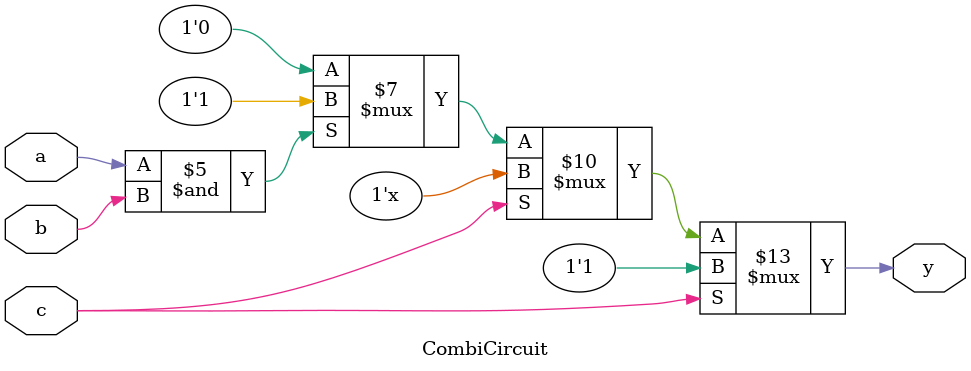
<source format=v>
`timescale 1ns / 1ps
module CombiCircuit(a,b,c,y);
	input a,b,c;
	output reg y;
	
	always@(*)begin
		if (c==1)
			y=1;
		else 
		if (a==1 & b==1)
			y=1;
		else 
			y=0;
	end
endmodule

</source>
